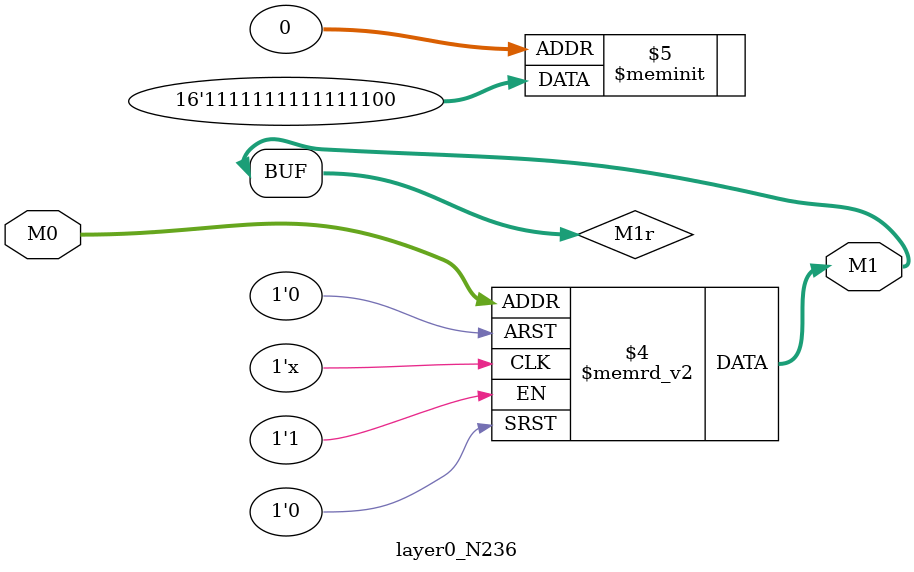
<source format=v>
module layer0_N236 ( input [2:0] M0, output [1:0] M1 );

	(*rom_style = "distributed" *) reg [1:0] M1r;
	assign M1 = M1r;
	always @ (M0) begin
		case (M0)
			3'b000: M1r = 2'b00;
			3'b100: M1r = 2'b11;
			3'b010: M1r = 2'b11;
			3'b110: M1r = 2'b11;
			3'b001: M1r = 2'b11;
			3'b101: M1r = 2'b11;
			3'b011: M1r = 2'b11;
			3'b111: M1r = 2'b11;

		endcase
	end
endmodule

</source>
